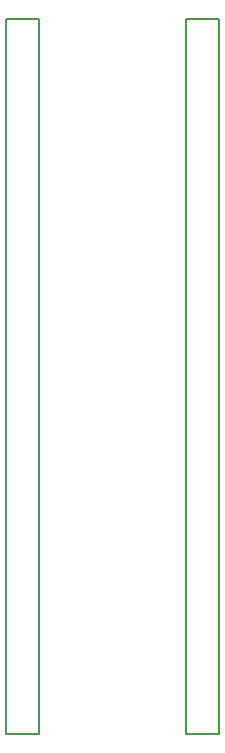
<source format=gbr>
%TF.GenerationSoftware,KiCad,Pcbnew,(6.0.1)*%
%TF.CreationDate,2022-07-28T18:23:26-07:00*%
%TF.ProjectId,2x2x12-idc-to-dip48,32783278-3132-42d6-9964-632d746f2d64,rev?*%
%TF.SameCoordinates,Original*%
%TF.FileFunction,Legend,Bot*%
%TF.FilePolarity,Positive*%
%FSLAX46Y46*%
G04 Gerber Fmt 4.6, Leading zero omitted, Abs format (unit mm)*
G04 Created by KiCad (PCBNEW (6.0.1)) date 2022-07-28 18:23:26*
%MOMM*%
%LPD*%
G01*
G04 APERTURE LIST*
%ADD10C,0.152400*%
%ADD11O,1.778000X1.524000*%
G04 APERTURE END LIST*
D10*
%TO.C,P1*%
X118108000Y-71222700D02*
X120818000Y-71222700D01*
X120818000Y-71222700D02*
X120818000Y-131801700D01*
X120818000Y-131801700D02*
X118108000Y-131801700D01*
X118108000Y-131801700D02*
X118108000Y-71222700D01*
X102848000Y-131801700D02*
X105578000Y-131801700D01*
X105578000Y-131801700D02*
X105578000Y-71222700D01*
X105578000Y-71222700D02*
X102848000Y-71222700D01*
X102848000Y-71222700D02*
X102848000Y-131801700D01*
%TD*%
%LPC*%
D11*
%TO.C,P2*%
X90589100Y-87731600D03*
X93129100Y-87731600D03*
X90589100Y-90271600D03*
X93129100Y-90271600D03*
X90589100Y-92811600D03*
X93129100Y-92811600D03*
X90589100Y-95351600D03*
X93129100Y-95351600D03*
X90589100Y-97891600D03*
X93129100Y-97891600D03*
X90589100Y-100431600D03*
X93129100Y-100431600D03*
X90589100Y-102971600D03*
X93129100Y-102971600D03*
X90589100Y-105511600D03*
X93129100Y-105511600D03*
X90589100Y-108051600D03*
X93129100Y-108051600D03*
X90589100Y-110591600D03*
X93129100Y-110591600D03*
X90589100Y-113131600D03*
X93129100Y-113131600D03*
X90589100Y-115671600D03*
X93129100Y-115671600D03*
%TD*%
%TO.C,P3*%
X133261100Y-115671600D03*
X130721100Y-115671600D03*
X133261100Y-113131600D03*
X130721100Y-113131600D03*
X133261100Y-110591600D03*
X130721100Y-110591600D03*
X133261100Y-108051600D03*
X130721100Y-108051600D03*
X133261100Y-105511600D03*
X130721100Y-105511600D03*
X133261100Y-102971600D03*
X130721100Y-102971600D03*
X133261100Y-100431600D03*
X130721100Y-100431600D03*
X133261100Y-97891600D03*
X130721100Y-97891600D03*
X133261100Y-95351600D03*
X130721100Y-95351600D03*
X133261100Y-92811600D03*
X130721100Y-92811600D03*
X133261100Y-90271600D03*
X130721100Y-90271600D03*
X133261100Y-87731600D03*
X130721100Y-87731600D03*
%TD*%
%TO.C,P1*%
X104181000Y-72238700D03*
X104181000Y-74778700D03*
X104181000Y-77318700D03*
X104181000Y-79858700D03*
X104181000Y-82398700D03*
X104181000Y-84938700D03*
X104181000Y-87478700D03*
X104181000Y-90018700D03*
X104181000Y-92558700D03*
X104181000Y-95098700D03*
X104181000Y-97638700D03*
X104181000Y-100178700D03*
X104181000Y-102718700D03*
X104181000Y-105258700D03*
X104181000Y-107798700D03*
X104181000Y-110338700D03*
X104181000Y-112878700D03*
X104181000Y-115418700D03*
X104181000Y-117958700D03*
X104181000Y-120498700D03*
X104181000Y-123038700D03*
X104181000Y-125578700D03*
X104181000Y-128118700D03*
X104181000Y-130658700D03*
X119421000Y-130658700D03*
X119421000Y-128118700D03*
X119421000Y-125578700D03*
X119421000Y-123038700D03*
X119421000Y-120498700D03*
X119421000Y-117958700D03*
X119421000Y-115418700D03*
X119421000Y-112878700D03*
X119421000Y-110338700D03*
X119421000Y-107798700D03*
X119421000Y-105258700D03*
X119421000Y-102718700D03*
X119421000Y-100178700D03*
X119421000Y-97638700D03*
X119421000Y-95098700D03*
X119421000Y-92558700D03*
X119421000Y-90018700D03*
X119421000Y-87478700D03*
X119421000Y-84938700D03*
X119421000Y-82398700D03*
X119421000Y-79858700D03*
X119421000Y-77318700D03*
X119421000Y-74778700D03*
X119421000Y-72238700D03*
%TD*%
M02*

</source>
